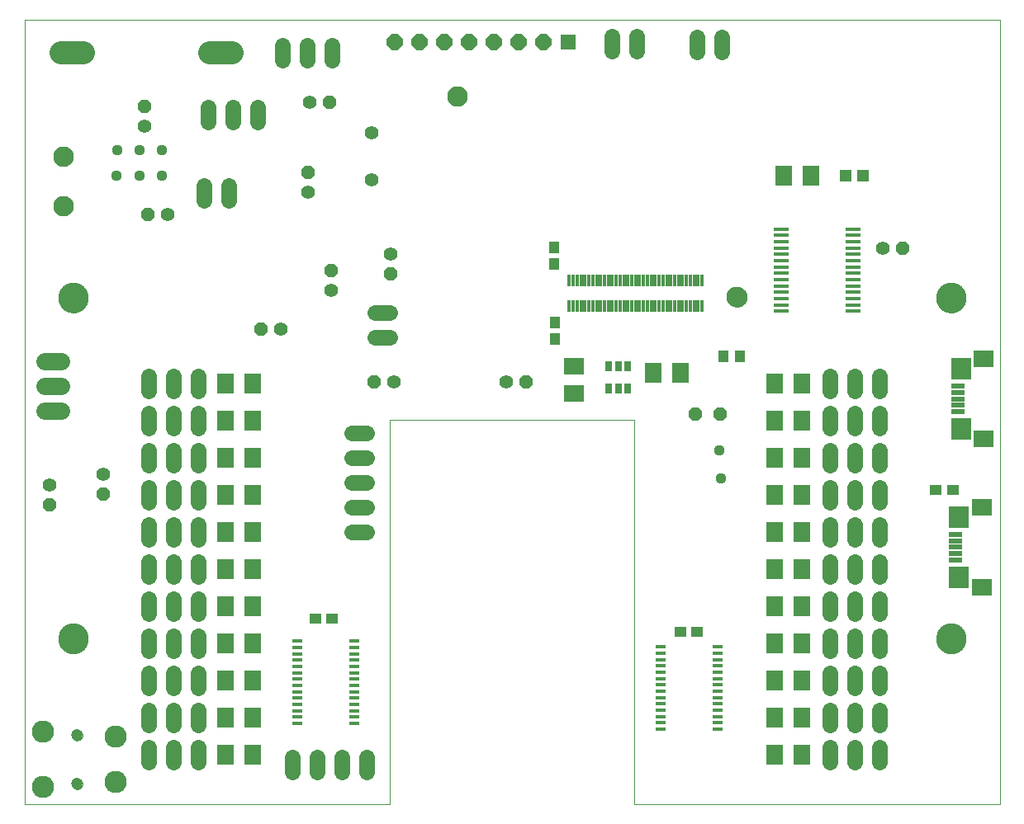
<source format=gts>
G75*
%MOIN*%
%OFA0B0*%
%FSLAX25Y25*%
%IPPOS*%
%LPD*%
%AMOC8*
5,1,8,0,0,1.08239X$1,22.5*
%
%ADD10C,0.00000*%
%ADD11R,0.04731X0.04337*%
%ADD12OC8,0.05600*%
%ADD13C,0.05600*%
%ADD14R,0.04337X0.04731*%
%ADD15C,0.09250*%
%ADD16C,0.06400*%
%ADD17R,0.06400X0.06400*%
%ADD18OC8,0.06400*%
%ADD19R,0.06699X0.08274*%
%ADD20C,0.06896*%
%ADD21R,0.04300X0.01600*%
%ADD22R,0.01187X0.04888*%
%ADD23C,0.08274*%
%ADD24R,0.05900X0.01770*%
%ADD25C,0.12211*%
%ADD26R,0.04534X0.04652*%
%ADD27R,0.02762X0.03943*%
%ADD28R,0.08274X0.06699*%
%ADD29R,0.08274X0.08668*%
%ADD30R,0.07880X0.06699*%
%ADD31R,0.05715X0.01975*%
%ADD32C,0.09000*%
%ADD33C,0.04731*%
%ADD34C,0.04369*%
D10*
X0049428Y0028933D02*
X0197066Y0028933D01*
X0197066Y0184445D01*
X0295491Y0184445D01*
X0295491Y0028933D01*
X0443129Y0028933D01*
X0443129Y0346059D01*
X0049428Y0346059D01*
X0049428Y0028933D01*
X0068484Y0037280D02*
X0068486Y0037373D01*
X0068492Y0037465D01*
X0068502Y0037557D01*
X0068516Y0037648D01*
X0068533Y0037739D01*
X0068555Y0037829D01*
X0068580Y0037918D01*
X0068609Y0038006D01*
X0068642Y0038092D01*
X0068679Y0038177D01*
X0068719Y0038261D01*
X0068763Y0038342D01*
X0068810Y0038422D01*
X0068860Y0038500D01*
X0068914Y0038575D01*
X0068971Y0038648D01*
X0069031Y0038718D01*
X0069094Y0038786D01*
X0069160Y0038851D01*
X0069228Y0038913D01*
X0069299Y0038973D01*
X0069373Y0039029D01*
X0069449Y0039082D01*
X0069527Y0039131D01*
X0069607Y0039178D01*
X0069689Y0039220D01*
X0069773Y0039260D01*
X0069858Y0039295D01*
X0069945Y0039327D01*
X0070033Y0039356D01*
X0070122Y0039380D01*
X0070212Y0039401D01*
X0070303Y0039417D01*
X0070395Y0039430D01*
X0070487Y0039439D01*
X0070580Y0039444D01*
X0070672Y0039445D01*
X0070765Y0039442D01*
X0070857Y0039435D01*
X0070949Y0039424D01*
X0071040Y0039409D01*
X0071131Y0039391D01*
X0071221Y0039368D01*
X0071309Y0039342D01*
X0071397Y0039312D01*
X0071483Y0039278D01*
X0071567Y0039241D01*
X0071650Y0039199D01*
X0071731Y0039155D01*
X0071811Y0039107D01*
X0071888Y0039056D01*
X0071962Y0039001D01*
X0072035Y0038943D01*
X0072105Y0038883D01*
X0072172Y0038819D01*
X0072236Y0038753D01*
X0072298Y0038683D01*
X0072356Y0038612D01*
X0072411Y0038538D01*
X0072463Y0038461D01*
X0072512Y0038382D01*
X0072558Y0038302D01*
X0072600Y0038219D01*
X0072638Y0038135D01*
X0072673Y0038049D01*
X0072704Y0037962D01*
X0072731Y0037874D01*
X0072754Y0037784D01*
X0072774Y0037694D01*
X0072790Y0037603D01*
X0072802Y0037511D01*
X0072810Y0037419D01*
X0072814Y0037326D01*
X0072814Y0037234D01*
X0072810Y0037141D01*
X0072802Y0037049D01*
X0072790Y0036957D01*
X0072774Y0036866D01*
X0072754Y0036776D01*
X0072731Y0036686D01*
X0072704Y0036598D01*
X0072673Y0036511D01*
X0072638Y0036425D01*
X0072600Y0036341D01*
X0072558Y0036258D01*
X0072512Y0036178D01*
X0072463Y0036099D01*
X0072411Y0036022D01*
X0072356Y0035948D01*
X0072298Y0035877D01*
X0072236Y0035807D01*
X0072172Y0035741D01*
X0072105Y0035677D01*
X0072035Y0035617D01*
X0071962Y0035559D01*
X0071888Y0035504D01*
X0071811Y0035453D01*
X0071732Y0035405D01*
X0071650Y0035361D01*
X0071567Y0035319D01*
X0071483Y0035282D01*
X0071397Y0035248D01*
X0071309Y0035218D01*
X0071221Y0035192D01*
X0071131Y0035169D01*
X0071040Y0035151D01*
X0070949Y0035136D01*
X0070857Y0035125D01*
X0070765Y0035118D01*
X0070672Y0035115D01*
X0070580Y0035116D01*
X0070487Y0035121D01*
X0070395Y0035130D01*
X0070303Y0035143D01*
X0070212Y0035159D01*
X0070122Y0035180D01*
X0070033Y0035204D01*
X0069945Y0035233D01*
X0069858Y0035265D01*
X0069773Y0035300D01*
X0069689Y0035340D01*
X0069607Y0035382D01*
X0069527Y0035429D01*
X0069449Y0035478D01*
X0069373Y0035531D01*
X0069299Y0035587D01*
X0069228Y0035647D01*
X0069160Y0035709D01*
X0069094Y0035774D01*
X0069031Y0035842D01*
X0068971Y0035912D01*
X0068914Y0035985D01*
X0068860Y0036060D01*
X0068810Y0036138D01*
X0068763Y0036218D01*
X0068719Y0036299D01*
X0068679Y0036383D01*
X0068642Y0036468D01*
X0068609Y0036554D01*
X0068580Y0036642D01*
X0068555Y0036731D01*
X0068533Y0036821D01*
X0068516Y0036912D01*
X0068502Y0037003D01*
X0068492Y0037095D01*
X0068486Y0037187D01*
X0068484Y0037280D01*
X0068484Y0056965D02*
X0068486Y0057058D01*
X0068492Y0057150D01*
X0068502Y0057242D01*
X0068516Y0057333D01*
X0068533Y0057424D01*
X0068555Y0057514D01*
X0068580Y0057603D01*
X0068609Y0057691D01*
X0068642Y0057777D01*
X0068679Y0057862D01*
X0068719Y0057946D01*
X0068763Y0058027D01*
X0068810Y0058107D01*
X0068860Y0058185D01*
X0068914Y0058260D01*
X0068971Y0058333D01*
X0069031Y0058403D01*
X0069094Y0058471D01*
X0069160Y0058536D01*
X0069228Y0058598D01*
X0069299Y0058658D01*
X0069373Y0058714D01*
X0069449Y0058767D01*
X0069527Y0058816D01*
X0069607Y0058863D01*
X0069689Y0058905D01*
X0069773Y0058945D01*
X0069858Y0058980D01*
X0069945Y0059012D01*
X0070033Y0059041D01*
X0070122Y0059065D01*
X0070212Y0059086D01*
X0070303Y0059102D01*
X0070395Y0059115D01*
X0070487Y0059124D01*
X0070580Y0059129D01*
X0070672Y0059130D01*
X0070765Y0059127D01*
X0070857Y0059120D01*
X0070949Y0059109D01*
X0071040Y0059094D01*
X0071131Y0059076D01*
X0071221Y0059053D01*
X0071309Y0059027D01*
X0071397Y0058997D01*
X0071483Y0058963D01*
X0071567Y0058926D01*
X0071650Y0058884D01*
X0071731Y0058840D01*
X0071811Y0058792D01*
X0071888Y0058741D01*
X0071962Y0058686D01*
X0072035Y0058628D01*
X0072105Y0058568D01*
X0072172Y0058504D01*
X0072236Y0058438D01*
X0072298Y0058368D01*
X0072356Y0058297D01*
X0072411Y0058223D01*
X0072463Y0058146D01*
X0072512Y0058067D01*
X0072558Y0057987D01*
X0072600Y0057904D01*
X0072638Y0057820D01*
X0072673Y0057734D01*
X0072704Y0057647D01*
X0072731Y0057559D01*
X0072754Y0057469D01*
X0072774Y0057379D01*
X0072790Y0057288D01*
X0072802Y0057196D01*
X0072810Y0057104D01*
X0072814Y0057011D01*
X0072814Y0056919D01*
X0072810Y0056826D01*
X0072802Y0056734D01*
X0072790Y0056642D01*
X0072774Y0056551D01*
X0072754Y0056461D01*
X0072731Y0056371D01*
X0072704Y0056283D01*
X0072673Y0056196D01*
X0072638Y0056110D01*
X0072600Y0056026D01*
X0072558Y0055943D01*
X0072512Y0055863D01*
X0072463Y0055784D01*
X0072411Y0055707D01*
X0072356Y0055633D01*
X0072298Y0055562D01*
X0072236Y0055492D01*
X0072172Y0055426D01*
X0072105Y0055362D01*
X0072035Y0055302D01*
X0071962Y0055244D01*
X0071888Y0055189D01*
X0071811Y0055138D01*
X0071732Y0055090D01*
X0071650Y0055046D01*
X0071567Y0055004D01*
X0071483Y0054967D01*
X0071397Y0054933D01*
X0071309Y0054903D01*
X0071221Y0054877D01*
X0071131Y0054854D01*
X0071040Y0054836D01*
X0070949Y0054821D01*
X0070857Y0054810D01*
X0070765Y0054803D01*
X0070672Y0054800D01*
X0070580Y0054801D01*
X0070487Y0054806D01*
X0070395Y0054815D01*
X0070303Y0054828D01*
X0070212Y0054844D01*
X0070122Y0054865D01*
X0070033Y0054889D01*
X0069945Y0054918D01*
X0069858Y0054950D01*
X0069773Y0054985D01*
X0069689Y0055025D01*
X0069607Y0055067D01*
X0069527Y0055114D01*
X0069449Y0055163D01*
X0069373Y0055216D01*
X0069299Y0055272D01*
X0069228Y0055332D01*
X0069160Y0055394D01*
X0069094Y0055459D01*
X0069031Y0055527D01*
X0068971Y0055597D01*
X0068914Y0055670D01*
X0068860Y0055745D01*
X0068810Y0055823D01*
X0068763Y0055903D01*
X0068719Y0055984D01*
X0068679Y0056068D01*
X0068642Y0056153D01*
X0068609Y0056239D01*
X0068580Y0056327D01*
X0068555Y0056416D01*
X0068533Y0056506D01*
X0068516Y0056597D01*
X0068502Y0056688D01*
X0068492Y0056780D01*
X0068486Y0056872D01*
X0068484Y0056965D01*
X0063208Y0095862D02*
X0063210Y0096015D01*
X0063216Y0096169D01*
X0063226Y0096322D01*
X0063240Y0096474D01*
X0063258Y0096627D01*
X0063280Y0096778D01*
X0063305Y0096929D01*
X0063335Y0097080D01*
X0063369Y0097230D01*
X0063406Y0097378D01*
X0063447Y0097526D01*
X0063492Y0097672D01*
X0063541Y0097818D01*
X0063594Y0097962D01*
X0063650Y0098104D01*
X0063710Y0098245D01*
X0063774Y0098385D01*
X0063841Y0098523D01*
X0063912Y0098659D01*
X0063987Y0098793D01*
X0064064Y0098925D01*
X0064146Y0099055D01*
X0064230Y0099183D01*
X0064318Y0099309D01*
X0064409Y0099432D01*
X0064503Y0099553D01*
X0064601Y0099671D01*
X0064701Y0099787D01*
X0064805Y0099900D01*
X0064911Y0100011D01*
X0065020Y0100119D01*
X0065132Y0100224D01*
X0065246Y0100325D01*
X0065364Y0100424D01*
X0065483Y0100520D01*
X0065605Y0100613D01*
X0065730Y0100702D01*
X0065857Y0100789D01*
X0065986Y0100871D01*
X0066117Y0100951D01*
X0066250Y0101027D01*
X0066385Y0101100D01*
X0066522Y0101169D01*
X0066661Y0101234D01*
X0066801Y0101296D01*
X0066943Y0101354D01*
X0067086Y0101409D01*
X0067231Y0101460D01*
X0067377Y0101507D01*
X0067524Y0101550D01*
X0067672Y0101589D01*
X0067821Y0101625D01*
X0067971Y0101656D01*
X0068122Y0101684D01*
X0068273Y0101708D01*
X0068426Y0101728D01*
X0068578Y0101744D01*
X0068731Y0101756D01*
X0068884Y0101764D01*
X0069037Y0101768D01*
X0069191Y0101768D01*
X0069344Y0101764D01*
X0069497Y0101756D01*
X0069650Y0101744D01*
X0069802Y0101728D01*
X0069955Y0101708D01*
X0070106Y0101684D01*
X0070257Y0101656D01*
X0070407Y0101625D01*
X0070556Y0101589D01*
X0070704Y0101550D01*
X0070851Y0101507D01*
X0070997Y0101460D01*
X0071142Y0101409D01*
X0071285Y0101354D01*
X0071427Y0101296D01*
X0071567Y0101234D01*
X0071706Y0101169D01*
X0071843Y0101100D01*
X0071978Y0101027D01*
X0072111Y0100951D01*
X0072242Y0100871D01*
X0072371Y0100789D01*
X0072498Y0100702D01*
X0072623Y0100613D01*
X0072745Y0100520D01*
X0072864Y0100424D01*
X0072982Y0100325D01*
X0073096Y0100224D01*
X0073208Y0100119D01*
X0073317Y0100011D01*
X0073423Y0099900D01*
X0073527Y0099787D01*
X0073627Y0099671D01*
X0073725Y0099553D01*
X0073819Y0099432D01*
X0073910Y0099309D01*
X0073998Y0099183D01*
X0074082Y0099055D01*
X0074164Y0098925D01*
X0074241Y0098793D01*
X0074316Y0098659D01*
X0074387Y0098523D01*
X0074454Y0098385D01*
X0074518Y0098245D01*
X0074578Y0098104D01*
X0074634Y0097962D01*
X0074687Y0097818D01*
X0074736Y0097672D01*
X0074781Y0097526D01*
X0074822Y0097378D01*
X0074859Y0097230D01*
X0074893Y0097080D01*
X0074923Y0096929D01*
X0074948Y0096778D01*
X0074970Y0096627D01*
X0074988Y0096474D01*
X0075002Y0096322D01*
X0075012Y0096169D01*
X0075018Y0096015D01*
X0075020Y0095862D01*
X0075018Y0095709D01*
X0075012Y0095555D01*
X0075002Y0095402D01*
X0074988Y0095250D01*
X0074970Y0095097D01*
X0074948Y0094946D01*
X0074923Y0094795D01*
X0074893Y0094644D01*
X0074859Y0094494D01*
X0074822Y0094346D01*
X0074781Y0094198D01*
X0074736Y0094052D01*
X0074687Y0093906D01*
X0074634Y0093762D01*
X0074578Y0093620D01*
X0074518Y0093479D01*
X0074454Y0093339D01*
X0074387Y0093201D01*
X0074316Y0093065D01*
X0074241Y0092931D01*
X0074164Y0092799D01*
X0074082Y0092669D01*
X0073998Y0092541D01*
X0073910Y0092415D01*
X0073819Y0092292D01*
X0073725Y0092171D01*
X0073627Y0092053D01*
X0073527Y0091937D01*
X0073423Y0091824D01*
X0073317Y0091713D01*
X0073208Y0091605D01*
X0073096Y0091500D01*
X0072982Y0091399D01*
X0072864Y0091300D01*
X0072745Y0091204D01*
X0072623Y0091111D01*
X0072498Y0091022D01*
X0072371Y0090935D01*
X0072242Y0090853D01*
X0072111Y0090773D01*
X0071978Y0090697D01*
X0071843Y0090624D01*
X0071706Y0090555D01*
X0071567Y0090490D01*
X0071427Y0090428D01*
X0071285Y0090370D01*
X0071142Y0090315D01*
X0070997Y0090264D01*
X0070851Y0090217D01*
X0070704Y0090174D01*
X0070556Y0090135D01*
X0070407Y0090099D01*
X0070257Y0090068D01*
X0070106Y0090040D01*
X0069955Y0090016D01*
X0069802Y0089996D01*
X0069650Y0089980D01*
X0069497Y0089968D01*
X0069344Y0089960D01*
X0069191Y0089956D01*
X0069037Y0089956D01*
X0068884Y0089960D01*
X0068731Y0089968D01*
X0068578Y0089980D01*
X0068426Y0089996D01*
X0068273Y0090016D01*
X0068122Y0090040D01*
X0067971Y0090068D01*
X0067821Y0090099D01*
X0067672Y0090135D01*
X0067524Y0090174D01*
X0067377Y0090217D01*
X0067231Y0090264D01*
X0067086Y0090315D01*
X0066943Y0090370D01*
X0066801Y0090428D01*
X0066661Y0090490D01*
X0066522Y0090555D01*
X0066385Y0090624D01*
X0066250Y0090697D01*
X0066117Y0090773D01*
X0065986Y0090853D01*
X0065857Y0090935D01*
X0065730Y0091022D01*
X0065605Y0091111D01*
X0065483Y0091204D01*
X0065364Y0091300D01*
X0065246Y0091399D01*
X0065132Y0091500D01*
X0065020Y0091605D01*
X0064911Y0091713D01*
X0064805Y0091824D01*
X0064701Y0091937D01*
X0064601Y0092053D01*
X0064503Y0092171D01*
X0064409Y0092292D01*
X0064318Y0092415D01*
X0064230Y0092541D01*
X0064146Y0092669D01*
X0064064Y0092799D01*
X0063987Y0092931D01*
X0063912Y0093065D01*
X0063841Y0093201D01*
X0063774Y0093339D01*
X0063710Y0093479D01*
X0063650Y0093620D01*
X0063594Y0093762D01*
X0063541Y0093906D01*
X0063492Y0094052D01*
X0063447Y0094198D01*
X0063406Y0094346D01*
X0063369Y0094494D01*
X0063335Y0094644D01*
X0063305Y0094795D01*
X0063280Y0094946D01*
X0063258Y0095097D01*
X0063240Y0095250D01*
X0063226Y0095402D01*
X0063216Y0095555D01*
X0063210Y0095709D01*
X0063208Y0095862D01*
X0063208Y0233657D02*
X0063210Y0233810D01*
X0063216Y0233964D01*
X0063226Y0234117D01*
X0063240Y0234269D01*
X0063258Y0234422D01*
X0063280Y0234573D01*
X0063305Y0234724D01*
X0063335Y0234875D01*
X0063369Y0235025D01*
X0063406Y0235173D01*
X0063447Y0235321D01*
X0063492Y0235467D01*
X0063541Y0235613D01*
X0063594Y0235757D01*
X0063650Y0235899D01*
X0063710Y0236040D01*
X0063774Y0236180D01*
X0063841Y0236318D01*
X0063912Y0236454D01*
X0063987Y0236588D01*
X0064064Y0236720D01*
X0064146Y0236850D01*
X0064230Y0236978D01*
X0064318Y0237104D01*
X0064409Y0237227D01*
X0064503Y0237348D01*
X0064601Y0237466D01*
X0064701Y0237582D01*
X0064805Y0237695D01*
X0064911Y0237806D01*
X0065020Y0237914D01*
X0065132Y0238019D01*
X0065246Y0238120D01*
X0065364Y0238219D01*
X0065483Y0238315D01*
X0065605Y0238408D01*
X0065730Y0238497D01*
X0065857Y0238584D01*
X0065986Y0238666D01*
X0066117Y0238746D01*
X0066250Y0238822D01*
X0066385Y0238895D01*
X0066522Y0238964D01*
X0066661Y0239029D01*
X0066801Y0239091D01*
X0066943Y0239149D01*
X0067086Y0239204D01*
X0067231Y0239255D01*
X0067377Y0239302D01*
X0067524Y0239345D01*
X0067672Y0239384D01*
X0067821Y0239420D01*
X0067971Y0239451D01*
X0068122Y0239479D01*
X0068273Y0239503D01*
X0068426Y0239523D01*
X0068578Y0239539D01*
X0068731Y0239551D01*
X0068884Y0239559D01*
X0069037Y0239563D01*
X0069191Y0239563D01*
X0069344Y0239559D01*
X0069497Y0239551D01*
X0069650Y0239539D01*
X0069802Y0239523D01*
X0069955Y0239503D01*
X0070106Y0239479D01*
X0070257Y0239451D01*
X0070407Y0239420D01*
X0070556Y0239384D01*
X0070704Y0239345D01*
X0070851Y0239302D01*
X0070997Y0239255D01*
X0071142Y0239204D01*
X0071285Y0239149D01*
X0071427Y0239091D01*
X0071567Y0239029D01*
X0071706Y0238964D01*
X0071843Y0238895D01*
X0071978Y0238822D01*
X0072111Y0238746D01*
X0072242Y0238666D01*
X0072371Y0238584D01*
X0072498Y0238497D01*
X0072623Y0238408D01*
X0072745Y0238315D01*
X0072864Y0238219D01*
X0072982Y0238120D01*
X0073096Y0238019D01*
X0073208Y0237914D01*
X0073317Y0237806D01*
X0073423Y0237695D01*
X0073527Y0237582D01*
X0073627Y0237466D01*
X0073725Y0237348D01*
X0073819Y0237227D01*
X0073910Y0237104D01*
X0073998Y0236978D01*
X0074082Y0236850D01*
X0074164Y0236720D01*
X0074241Y0236588D01*
X0074316Y0236454D01*
X0074387Y0236318D01*
X0074454Y0236180D01*
X0074518Y0236040D01*
X0074578Y0235899D01*
X0074634Y0235757D01*
X0074687Y0235613D01*
X0074736Y0235467D01*
X0074781Y0235321D01*
X0074822Y0235173D01*
X0074859Y0235025D01*
X0074893Y0234875D01*
X0074923Y0234724D01*
X0074948Y0234573D01*
X0074970Y0234422D01*
X0074988Y0234269D01*
X0075002Y0234117D01*
X0075012Y0233964D01*
X0075018Y0233810D01*
X0075020Y0233657D01*
X0075018Y0233504D01*
X0075012Y0233350D01*
X0075002Y0233197D01*
X0074988Y0233045D01*
X0074970Y0232892D01*
X0074948Y0232741D01*
X0074923Y0232590D01*
X0074893Y0232439D01*
X0074859Y0232289D01*
X0074822Y0232141D01*
X0074781Y0231993D01*
X0074736Y0231847D01*
X0074687Y0231701D01*
X0074634Y0231557D01*
X0074578Y0231415D01*
X0074518Y0231274D01*
X0074454Y0231134D01*
X0074387Y0230996D01*
X0074316Y0230860D01*
X0074241Y0230726D01*
X0074164Y0230594D01*
X0074082Y0230464D01*
X0073998Y0230336D01*
X0073910Y0230210D01*
X0073819Y0230087D01*
X0073725Y0229966D01*
X0073627Y0229848D01*
X0073527Y0229732D01*
X0073423Y0229619D01*
X0073317Y0229508D01*
X0073208Y0229400D01*
X0073096Y0229295D01*
X0072982Y0229194D01*
X0072864Y0229095D01*
X0072745Y0228999D01*
X0072623Y0228906D01*
X0072498Y0228817D01*
X0072371Y0228730D01*
X0072242Y0228648D01*
X0072111Y0228568D01*
X0071978Y0228492D01*
X0071843Y0228419D01*
X0071706Y0228350D01*
X0071567Y0228285D01*
X0071427Y0228223D01*
X0071285Y0228165D01*
X0071142Y0228110D01*
X0070997Y0228059D01*
X0070851Y0228012D01*
X0070704Y0227969D01*
X0070556Y0227930D01*
X0070407Y0227894D01*
X0070257Y0227863D01*
X0070106Y0227835D01*
X0069955Y0227811D01*
X0069802Y0227791D01*
X0069650Y0227775D01*
X0069497Y0227763D01*
X0069344Y0227755D01*
X0069191Y0227751D01*
X0069037Y0227751D01*
X0068884Y0227755D01*
X0068731Y0227763D01*
X0068578Y0227775D01*
X0068426Y0227791D01*
X0068273Y0227811D01*
X0068122Y0227835D01*
X0067971Y0227863D01*
X0067821Y0227894D01*
X0067672Y0227930D01*
X0067524Y0227969D01*
X0067377Y0228012D01*
X0067231Y0228059D01*
X0067086Y0228110D01*
X0066943Y0228165D01*
X0066801Y0228223D01*
X0066661Y0228285D01*
X0066522Y0228350D01*
X0066385Y0228419D01*
X0066250Y0228492D01*
X0066117Y0228568D01*
X0065986Y0228648D01*
X0065857Y0228730D01*
X0065730Y0228817D01*
X0065605Y0228906D01*
X0065483Y0228999D01*
X0065364Y0229095D01*
X0065246Y0229194D01*
X0065132Y0229295D01*
X0065020Y0229400D01*
X0064911Y0229508D01*
X0064805Y0229619D01*
X0064701Y0229732D01*
X0064601Y0229848D01*
X0064503Y0229966D01*
X0064409Y0230087D01*
X0064318Y0230210D01*
X0064230Y0230336D01*
X0064146Y0230464D01*
X0064064Y0230594D01*
X0063987Y0230726D01*
X0063912Y0230860D01*
X0063841Y0230996D01*
X0063774Y0231134D01*
X0063710Y0231274D01*
X0063650Y0231415D01*
X0063594Y0231557D01*
X0063541Y0231701D01*
X0063492Y0231847D01*
X0063447Y0231993D01*
X0063406Y0232141D01*
X0063369Y0232289D01*
X0063335Y0232439D01*
X0063305Y0232590D01*
X0063280Y0232741D01*
X0063258Y0232892D01*
X0063240Y0233045D01*
X0063226Y0233197D01*
X0063216Y0233350D01*
X0063210Y0233504D01*
X0063208Y0233657D01*
X0220188Y0315107D02*
X0220190Y0315232D01*
X0220196Y0315357D01*
X0220206Y0315481D01*
X0220220Y0315605D01*
X0220237Y0315729D01*
X0220259Y0315852D01*
X0220285Y0315974D01*
X0220314Y0316096D01*
X0220347Y0316216D01*
X0220385Y0316335D01*
X0220425Y0316454D01*
X0220470Y0316570D01*
X0220518Y0316685D01*
X0220570Y0316799D01*
X0220626Y0316911D01*
X0220685Y0317021D01*
X0220747Y0317129D01*
X0220813Y0317236D01*
X0220882Y0317340D01*
X0220955Y0317441D01*
X0221030Y0317541D01*
X0221109Y0317638D01*
X0221191Y0317732D01*
X0221276Y0317824D01*
X0221363Y0317913D01*
X0221454Y0317999D01*
X0221547Y0318082D01*
X0221643Y0318163D01*
X0221741Y0318240D01*
X0221841Y0318314D01*
X0221944Y0318385D01*
X0222049Y0318452D01*
X0222157Y0318517D01*
X0222266Y0318577D01*
X0222377Y0318635D01*
X0222490Y0318688D01*
X0222604Y0318738D01*
X0222720Y0318785D01*
X0222837Y0318827D01*
X0222956Y0318866D01*
X0223076Y0318902D01*
X0223197Y0318933D01*
X0223319Y0318961D01*
X0223441Y0318984D01*
X0223565Y0319004D01*
X0223689Y0319020D01*
X0223813Y0319032D01*
X0223938Y0319040D01*
X0224063Y0319044D01*
X0224187Y0319044D01*
X0224312Y0319040D01*
X0224437Y0319032D01*
X0224561Y0319020D01*
X0224685Y0319004D01*
X0224809Y0318984D01*
X0224931Y0318961D01*
X0225053Y0318933D01*
X0225174Y0318902D01*
X0225294Y0318866D01*
X0225413Y0318827D01*
X0225530Y0318785D01*
X0225646Y0318738D01*
X0225760Y0318688D01*
X0225873Y0318635D01*
X0225984Y0318577D01*
X0226094Y0318517D01*
X0226201Y0318452D01*
X0226306Y0318385D01*
X0226409Y0318314D01*
X0226509Y0318240D01*
X0226607Y0318163D01*
X0226703Y0318082D01*
X0226796Y0317999D01*
X0226887Y0317913D01*
X0226974Y0317824D01*
X0227059Y0317732D01*
X0227141Y0317638D01*
X0227220Y0317541D01*
X0227295Y0317441D01*
X0227368Y0317340D01*
X0227437Y0317236D01*
X0227503Y0317129D01*
X0227565Y0317021D01*
X0227624Y0316911D01*
X0227680Y0316799D01*
X0227732Y0316685D01*
X0227780Y0316570D01*
X0227825Y0316454D01*
X0227865Y0316335D01*
X0227903Y0316216D01*
X0227936Y0316096D01*
X0227965Y0315974D01*
X0227991Y0315852D01*
X0228013Y0315729D01*
X0228030Y0315605D01*
X0228044Y0315481D01*
X0228054Y0315357D01*
X0228060Y0315232D01*
X0228062Y0315107D01*
X0228060Y0314982D01*
X0228054Y0314857D01*
X0228044Y0314733D01*
X0228030Y0314609D01*
X0228013Y0314485D01*
X0227991Y0314362D01*
X0227965Y0314240D01*
X0227936Y0314118D01*
X0227903Y0313998D01*
X0227865Y0313879D01*
X0227825Y0313760D01*
X0227780Y0313644D01*
X0227732Y0313529D01*
X0227680Y0313415D01*
X0227624Y0313303D01*
X0227565Y0313193D01*
X0227503Y0313085D01*
X0227437Y0312978D01*
X0227368Y0312874D01*
X0227295Y0312773D01*
X0227220Y0312673D01*
X0227141Y0312576D01*
X0227059Y0312482D01*
X0226974Y0312390D01*
X0226887Y0312301D01*
X0226796Y0312215D01*
X0226703Y0312132D01*
X0226607Y0312051D01*
X0226509Y0311974D01*
X0226409Y0311900D01*
X0226306Y0311829D01*
X0226201Y0311762D01*
X0226093Y0311697D01*
X0225984Y0311637D01*
X0225873Y0311579D01*
X0225760Y0311526D01*
X0225646Y0311476D01*
X0225530Y0311429D01*
X0225413Y0311387D01*
X0225294Y0311348D01*
X0225174Y0311312D01*
X0225053Y0311281D01*
X0224931Y0311253D01*
X0224809Y0311230D01*
X0224685Y0311210D01*
X0224561Y0311194D01*
X0224437Y0311182D01*
X0224312Y0311174D01*
X0224187Y0311170D01*
X0224063Y0311170D01*
X0223938Y0311174D01*
X0223813Y0311182D01*
X0223689Y0311194D01*
X0223565Y0311210D01*
X0223441Y0311230D01*
X0223319Y0311253D01*
X0223197Y0311281D01*
X0223076Y0311312D01*
X0222956Y0311348D01*
X0222837Y0311387D01*
X0222720Y0311429D01*
X0222604Y0311476D01*
X0222490Y0311526D01*
X0222377Y0311579D01*
X0222266Y0311637D01*
X0222156Y0311697D01*
X0222049Y0311762D01*
X0221944Y0311829D01*
X0221841Y0311900D01*
X0221741Y0311974D01*
X0221643Y0312051D01*
X0221547Y0312132D01*
X0221454Y0312215D01*
X0221363Y0312301D01*
X0221276Y0312390D01*
X0221191Y0312482D01*
X0221109Y0312576D01*
X0221030Y0312673D01*
X0220955Y0312773D01*
X0220882Y0312874D01*
X0220813Y0312978D01*
X0220747Y0313085D01*
X0220685Y0313193D01*
X0220626Y0313303D01*
X0220570Y0313415D01*
X0220518Y0313529D01*
X0220470Y0313644D01*
X0220425Y0313760D01*
X0220385Y0313879D01*
X0220347Y0313998D01*
X0220314Y0314118D01*
X0220285Y0314240D01*
X0220259Y0314362D01*
X0220237Y0314485D01*
X0220220Y0314609D01*
X0220206Y0314733D01*
X0220196Y0314857D01*
X0220190Y0314982D01*
X0220188Y0315107D01*
X0333140Y0234005D02*
X0333142Y0234130D01*
X0333148Y0234255D01*
X0333158Y0234379D01*
X0333172Y0234503D01*
X0333189Y0234627D01*
X0333211Y0234750D01*
X0333237Y0234872D01*
X0333266Y0234994D01*
X0333299Y0235114D01*
X0333337Y0235233D01*
X0333377Y0235352D01*
X0333422Y0235468D01*
X0333470Y0235583D01*
X0333522Y0235697D01*
X0333578Y0235809D01*
X0333637Y0235919D01*
X0333699Y0236027D01*
X0333765Y0236134D01*
X0333834Y0236238D01*
X0333907Y0236339D01*
X0333982Y0236439D01*
X0334061Y0236536D01*
X0334143Y0236630D01*
X0334228Y0236722D01*
X0334315Y0236811D01*
X0334406Y0236897D01*
X0334499Y0236980D01*
X0334595Y0237061D01*
X0334693Y0237138D01*
X0334793Y0237212D01*
X0334896Y0237283D01*
X0335001Y0237350D01*
X0335109Y0237415D01*
X0335218Y0237475D01*
X0335329Y0237533D01*
X0335442Y0237586D01*
X0335556Y0237636D01*
X0335672Y0237683D01*
X0335789Y0237725D01*
X0335908Y0237764D01*
X0336028Y0237800D01*
X0336149Y0237831D01*
X0336271Y0237859D01*
X0336393Y0237882D01*
X0336517Y0237902D01*
X0336641Y0237918D01*
X0336765Y0237930D01*
X0336890Y0237938D01*
X0337015Y0237942D01*
X0337139Y0237942D01*
X0337264Y0237938D01*
X0337389Y0237930D01*
X0337513Y0237918D01*
X0337637Y0237902D01*
X0337761Y0237882D01*
X0337883Y0237859D01*
X0338005Y0237831D01*
X0338126Y0237800D01*
X0338246Y0237764D01*
X0338365Y0237725D01*
X0338482Y0237683D01*
X0338598Y0237636D01*
X0338712Y0237586D01*
X0338825Y0237533D01*
X0338936Y0237475D01*
X0339046Y0237415D01*
X0339153Y0237350D01*
X0339258Y0237283D01*
X0339361Y0237212D01*
X0339461Y0237138D01*
X0339559Y0237061D01*
X0339655Y0236980D01*
X0339748Y0236897D01*
X0339839Y0236811D01*
X0339926Y0236722D01*
X0340011Y0236630D01*
X0340093Y0236536D01*
X0340172Y0236439D01*
X0340247Y0236339D01*
X0340320Y0236238D01*
X0340389Y0236134D01*
X0340455Y0236027D01*
X0340517Y0235919D01*
X0340576Y0235809D01*
X0340632Y0235697D01*
X0340684Y0235583D01*
X0340732Y0235468D01*
X0340777Y0235352D01*
X0340817Y0235233D01*
X0340855Y0235114D01*
X0340888Y0234994D01*
X0340917Y0234872D01*
X0340943Y0234750D01*
X0340965Y0234627D01*
X0340982Y0234503D01*
X0340996Y0234379D01*
X0341006Y0234255D01*
X0341012Y0234130D01*
X0341014Y0234005D01*
X0341012Y0233880D01*
X0341006Y0233755D01*
X0340996Y0233631D01*
X0340982Y0233507D01*
X0340965Y0233383D01*
X0340943Y0233260D01*
X0340917Y0233138D01*
X0340888Y0233016D01*
X0340855Y0232896D01*
X0340817Y0232777D01*
X0340777Y0232658D01*
X0340732Y0232542D01*
X0340684Y0232427D01*
X0340632Y0232313D01*
X0340576Y0232201D01*
X0340517Y0232091D01*
X0340455Y0231983D01*
X0340389Y0231876D01*
X0340320Y0231772D01*
X0340247Y0231671D01*
X0340172Y0231571D01*
X0340093Y0231474D01*
X0340011Y0231380D01*
X0339926Y0231288D01*
X0339839Y0231199D01*
X0339748Y0231113D01*
X0339655Y0231030D01*
X0339559Y0230949D01*
X0339461Y0230872D01*
X0339361Y0230798D01*
X0339258Y0230727D01*
X0339153Y0230660D01*
X0339045Y0230595D01*
X0338936Y0230535D01*
X0338825Y0230477D01*
X0338712Y0230424D01*
X0338598Y0230374D01*
X0338482Y0230327D01*
X0338365Y0230285D01*
X0338246Y0230246D01*
X0338126Y0230210D01*
X0338005Y0230179D01*
X0337883Y0230151D01*
X0337761Y0230128D01*
X0337637Y0230108D01*
X0337513Y0230092D01*
X0337389Y0230080D01*
X0337264Y0230072D01*
X0337139Y0230068D01*
X0337015Y0230068D01*
X0336890Y0230072D01*
X0336765Y0230080D01*
X0336641Y0230092D01*
X0336517Y0230108D01*
X0336393Y0230128D01*
X0336271Y0230151D01*
X0336149Y0230179D01*
X0336028Y0230210D01*
X0335908Y0230246D01*
X0335789Y0230285D01*
X0335672Y0230327D01*
X0335556Y0230374D01*
X0335442Y0230424D01*
X0335329Y0230477D01*
X0335218Y0230535D01*
X0335108Y0230595D01*
X0335001Y0230660D01*
X0334896Y0230727D01*
X0334793Y0230798D01*
X0334693Y0230872D01*
X0334595Y0230949D01*
X0334499Y0231030D01*
X0334406Y0231113D01*
X0334315Y0231199D01*
X0334228Y0231288D01*
X0334143Y0231380D01*
X0334061Y0231474D01*
X0333982Y0231571D01*
X0333907Y0231671D01*
X0333834Y0231772D01*
X0333765Y0231876D01*
X0333699Y0231983D01*
X0333637Y0232091D01*
X0333578Y0232201D01*
X0333522Y0232313D01*
X0333470Y0232427D01*
X0333422Y0232542D01*
X0333377Y0232658D01*
X0333337Y0232777D01*
X0333299Y0232896D01*
X0333266Y0233016D01*
X0333237Y0233138D01*
X0333211Y0233260D01*
X0333189Y0233383D01*
X0333172Y0233507D01*
X0333158Y0233631D01*
X0333148Y0233755D01*
X0333142Y0233880D01*
X0333140Y0234005D01*
X0417538Y0233657D02*
X0417540Y0233810D01*
X0417546Y0233964D01*
X0417556Y0234117D01*
X0417570Y0234269D01*
X0417588Y0234422D01*
X0417610Y0234573D01*
X0417635Y0234724D01*
X0417665Y0234875D01*
X0417699Y0235025D01*
X0417736Y0235173D01*
X0417777Y0235321D01*
X0417822Y0235467D01*
X0417871Y0235613D01*
X0417924Y0235757D01*
X0417980Y0235899D01*
X0418040Y0236040D01*
X0418104Y0236180D01*
X0418171Y0236318D01*
X0418242Y0236454D01*
X0418317Y0236588D01*
X0418394Y0236720D01*
X0418476Y0236850D01*
X0418560Y0236978D01*
X0418648Y0237104D01*
X0418739Y0237227D01*
X0418833Y0237348D01*
X0418931Y0237466D01*
X0419031Y0237582D01*
X0419135Y0237695D01*
X0419241Y0237806D01*
X0419350Y0237914D01*
X0419462Y0238019D01*
X0419576Y0238120D01*
X0419694Y0238219D01*
X0419813Y0238315D01*
X0419935Y0238408D01*
X0420060Y0238497D01*
X0420187Y0238584D01*
X0420316Y0238666D01*
X0420447Y0238746D01*
X0420580Y0238822D01*
X0420715Y0238895D01*
X0420852Y0238964D01*
X0420991Y0239029D01*
X0421131Y0239091D01*
X0421273Y0239149D01*
X0421416Y0239204D01*
X0421561Y0239255D01*
X0421707Y0239302D01*
X0421854Y0239345D01*
X0422002Y0239384D01*
X0422151Y0239420D01*
X0422301Y0239451D01*
X0422452Y0239479D01*
X0422603Y0239503D01*
X0422756Y0239523D01*
X0422908Y0239539D01*
X0423061Y0239551D01*
X0423214Y0239559D01*
X0423367Y0239563D01*
X0423521Y0239563D01*
X0423674Y0239559D01*
X0423827Y0239551D01*
X0423980Y0239539D01*
X0424132Y0239523D01*
X0424285Y0239503D01*
X0424436Y0239479D01*
X0424587Y0239451D01*
X0424737Y0239420D01*
X0424886Y0239384D01*
X0425034Y0239345D01*
X0425181Y0239302D01*
X0425327Y0239255D01*
X0425472Y0239204D01*
X0425615Y0239149D01*
X0425757Y0239091D01*
X0425897Y0239029D01*
X0426036Y0238964D01*
X0426173Y0238895D01*
X0426308Y0238822D01*
X0426441Y0238746D01*
X0426572Y0238666D01*
X0426701Y0238584D01*
X0426828Y0238497D01*
X0426953Y0238408D01*
X0427075Y0238315D01*
X0427194Y0238219D01*
X0427312Y0238120D01*
X0427426Y0238019D01*
X0427538Y0237914D01*
X0427647Y0237806D01*
X0427753Y0237695D01*
X0427857Y0237582D01*
X0427957Y0237466D01*
X0428055Y0237348D01*
X0428149Y0237227D01*
X0428240Y0237104D01*
X0428328Y0236978D01*
X0428412Y0236850D01*
X0428494Y0236720D01*
X0428571Y0236588D01*
X0428646Y0236454D01*
X0428717Y0236318D01*
X0428784Y0236180D01*
X0428848Y0236040D01*
X0428908Y0235899D01*
X0428964Y0235757D01*
X0429017Y0235613D01*
X0429066Y0235467D01*
X0429111Y0235321D01*
X0429152Y0235173D01*
X0429189Y0235025D01*
X0429223Y0234875D01*
X0429253Y0234724D01*
X0429278Y0234573D01*
X0429300Y0234422D01*
X0429318Y0234269D01*
X0429332Y0234117D01*
X0429342Y0233964D01*
X0429348Y0233810D01*
X0429350Y0233657D01*
X0429348Y0233504D01*
X0429342Y0233350D01*
X0429332Y0233197D01*
X0429318Y0233045D01*
X0429300Y0232892D01*
X0429278Y0232741D01*
X0429253Y0232590D01*
X0429223Y0232439D01*
X0429189Y0232289D01*
X0429152Y0232141D01*
X0429111Y0231993D01*
X0429066Y0231847D01*
X0429017Y0231701D01*
X0428964Y0231557D01*
X0428908Y0231415D01*
X0428848Y0231274D01*
X0428784Y0231134D01*
X0428717Y0230996D01*
X0428646Y0230860D01*
X0428571Y0230726D01*
X0428494Y0230594D01*
X0428412Y0230464D01*
X0428328Y0230336D01*
X0428240Y0230210D01*
X0428149Y0230087D01*
X0428055Y0229966D01*
X0427957Y0229848D01*
X0427857Y0229732D01*
X0427753Y0229619D01*
X0427647Y0229508D01*
X0427538Y0229400D01*
X0427426Y0229295D01*
X0427312Y0229194D01*
X0427194Y0229095D01*
X0427075Y0228999D01*
X0426953Y0228906D01*
X0426828Y0228817D01*
X0426701Y0228730D01*
X0426572Y0228648D01*
X0426441Y0228568D01*
X0426308Y0228492D01*
X0426173Y0228419D01*
X0426036Y0228350D01*
X0425897Y0228285D01*
X0425757Y0228223D01*
X0425615Y0228165D01*
X0425472Y0228110D01*
X0425327Y0228059D01*
X0425181Y0228012D01*
X0425034Y0227969D01*
X0424886Y0227930D01*
X0424737Y0227894D01*
X0424587Y0227863D01*
X0424436Y0227835D01*
X0424285Y0227811D01*
X0424132Y0227791D01*
X0423980Y0227775D01*
X0423827Y0227763D01*
X0423674Y0227755D01*
X0423521Y0227751D01*
X0423367Y0227751D01*
X0423214Y0227755D01*
X0423061Y0227763D01*
X0422908Y0227775D01*
X0422756Y0227791D01*
X0422603Y0227811D01*
X0422452Y0227835D01*
X0422301Y0227863D01*
X0422151Y0227894D01*
X0422002Y0227930D01*
X0421854Y0227969D01*
X0421707Y0228012D01*
X0421561Y0228059D01*
X0421416Y0228110D01*
X0421273Y0228165D01*
X0421131Y0228223D01*
X0420991Y0228285D01*
X0420852Y0228350D01*
X0420715Y0228419D01*
X0420580Y0228492D01*
X0420447Y0228568D01*
X0420316Y0228648D01*
X0420187Y0228730D01*
X0420060Y0228817D01*
X0419935Y0228906D01*
X0419813Y0228999D01*
X0419694Y0229095D01*
X0419576Y0229194D01*
X0419462Y0229295D01*
X0419350Y0229400D01*
X0419241Y0229508D01*
X0419135Y0229619D01*
X0419031Y0229732D01*
X0418931Y0229848D01*
X0418833Y0229966D01*
X0418739Y0230087D01*
X0418648Y0230210D01*
X0418560Y0230336D01*
X0418476Y0230464D01*
X0418394Y0230594D01*
X0418317Y0230726D01*
X0418242Y0230860D01*
X0418171Y0230996D01*
X0418104Y0231134D01*
X0418040Y0231274D01*
X0417980Y0231415D01*
X0417924Y0231557D01*
X0417871Y0231701D01*
X0417822Y0231847D01*
X0417777Y0231993D01*
X0417736Y0232141D01*
X0417699Y0232289D01*
X0417665Y0232439D01*
X0417635Y0232590D01*
X0417610Y0232741D01*
X0417588Y0232892D01*
X0417570Y0233045D01*
X0417556Y0233197D01*
X0417546Y0233350D01*
X0417540Y0233504D01*
X0417538Y0233657D01*
X0417538Y0095862D02*
X0417540Y0096015D01*
X0417546Y0096169D01*
X0417556Y0096322D01*
X0417570Y0096474D01*
X0417588Y0096627D01*
X0417610Y0096778D01*
X0417635Y0096929D01*
X0417665Y0097080D01*
X0417699Y0097230D01*
X0417736Y0097378D01*
X0417777Y0097526D01*
X0417822Y0097672D01*
X0417871Y0097818D01*
X0417924Y0097962D01*
X0417980Y0098104D01*
X0418040Y0098245D01*
X0418104Y0098385D01*
X0418171Y0098523D01*
X0418242Y0098659D01*
X0418317Y0098793D01*
X0418394Y0098925D01*
X0418476Y0099055D01*
X0418560Y0099183D01*
X0418648Y0099309D01*
X0418739Y0099432D01*
X0418833Y0099553D01*
X0418931Y0099671D01*
X0419031Y0099787D01*
X0419135Y0099900D01*
X0419241Y0100011D01*
X0419350Y0100119D01*
X0419462Y0100224D01*
X0419576Y0100325D01*
X0419694Y0100424D01*
X0419813Y0100520D01*
X0419935Y0100613D01*
X0420060Y0100702D01*
X0420187Y0100789D01*
X0420316Y0100871D01*
X0420447Y0100951D01*
X0420580Y0101027D01*
X0420715Y0101100D01*
X0420852Y0101169D01*
X0420991Y0101234D01*
X0421131Y0101296D01*
X0421273Y0101354D01*
X0421416Y0101409D01*
X0421561Y0101460D01*
X0421707Y0101507D01*
X0421854Y0101550D01*
X0422002Y0101589D01*
X0422151Y0101625D01*
X0422301Y0101656D01*
X0422452Y0101684D01*
X0422603Y0101708D01*
X0422756Y0101728D01*
X0422908Y0101744D01*
X0423061Y0101756D01*
X0423214Y0101764D01*
X0423367Y0101768D01*
X0423521Y0101768D01*
X0423674Y0101764D01*
X0423827Y0101756D01*
X0423980Y0101744D01*
X0424132Y0101728D01*
X0424285Y0101708D01*
X0424436Y0101684D01*
X0424587Y0101656D01*
X0424737Y0101625D01*
X0424886Y0101589D01*
X0425034Y0101550D01*
X0425181Y0101507D01*
X0425327Y0101460D01*
X0425472Y0101409D01*
X0425615Y0101354D01*
X0425757Y0101296D01*
X0425897Y0101234D01*
X0426036Y0101169D01*
X0426173Y0101100D01*
X0426308Y0101027D01*
X0426441Y0100951D01*
X0426572Y0100871D01*
X0426701Y0100789D01*
X0426828Y0100702D01*
X0426953Y0100613D01*
X0427075Y0100520D01*
X0427194Y0100424D01*
X0427312Y0100325D01*
X0427426Y0100224D01*
X0427538Y0100119D01*
X0427647Y0100011D01*
X0427753Y0099900D01*
X0427857Y0099787D01*
X0427957Y0099671D01*
X0428055Y0099553D01*
X0428149Y0099432D01*
X0428240Y0099309D01*
X0428328Y0099183D01*
X0428412Y0099055D01*
X0428494Y0098925D01*
X0428571Y0098793D01*
X0428646Y0098659D01*
X0428717Y0098523D01*
X0428784Y0098385D01*
X0428848Y0098245D01*
X0428908Y0098104D01*
X0428964Y0097962D01*
X0429017Y0097818D01*
X0429066Y0097672D01*
X0429111Y0097526D01*
X0429152Y0097378D01*
X0429189Y0097230D01*
X0429223Y0097080D01*
X0429253Y0096929D01*
X0429278Y0096778D01*
X0429300Y0096627D01*
X0429318Y0096474D01*
X0429332Y0096322D01*
X0429342Y0096169D01*
X0429348Y0096015D01*
X0429350Y0095862D01*
X0429348Y0095709D01*
X0429342Y0095555D01*
X0429332Y0095402D01*
X0429318Y0095250D01*
X0429300Y0095097D01*
X0429278Y0094946D01*
X0429253Y0094795D01*
X0429223Y0094644D01*
X0429189Y0094494D01*
X0429152Y0094346D01*
X0429111Y0094198D01*
X0429066Y0094052D01*
X0429017Y0093906D01*
X0428964Y0093762D01*
X0428908Y0093620D01*
X0428848Y0093479D01*
X0428784Y0093339D01*
X0428717Y0093201D01*
X0428646Y0093065D01*
X0428571Y0092931D01*
X0428494Y0092799D01*
X0428412Y0092669D01*
X0428328Y0092541D01*
X0428240Y0092415D01*
X0428149Y0092292D01*
X0428055Y0092171D01*
X0427957Y0092053D01*
X0427857Y0091937D01*
X0427753Y0091824D01*
X0427647Y0091713D01*
X0427538Y0091605D01*
X0427426Y0091500D01*
X0427312Y0091399D01*
X0427194Y0091300D01*
X0427075Y0091204D01*
X0426953Y0091111D01*
X0426828Y0091022D01*
X0426701Y0090935D01*
X0426572Y0090853D01*
X0426441Y0090773D01*
X0426308Y0090697D01*
X0426173Y0090624D01*
X0426036Y0090555D01*
X0425897Y0090490D01*
X0425757Y0090428D01*
X0425615Y0090370D01*
X0425472Y0090315D01*
X0425327Y0090264D01*
X0425181Y0090217D01*
X0425034Y0090174D01*
X0424886Y0090135D01*
X0424737Y0090099D01*
X0424587Y0090068D01*
X0424436Y0090040D01*
X0424285Y0090016D01*
X0424132Y0089996D01*
X0423980Y0089980D01*
X0423827Y0089968D01*
X0423674Y0089960D01*
X0423521Y0089956D01*
X0423367Y0089956D01*
X0423214Y0089960D01*
X0423061Y0089968D01*
X0422908Y0089980D01*
X0422756Y0089996D01*
X0422603Y0090016D01*
X0422452Y0090040D01*
X0422301Y0090068D01*
X0422151Y0090099D01*
X0422002Y0090135D01*
X0421854Y0090174D01*
X0421707Y0090217D01*
X0421561Y0090264D01*
X0421416Y0090315D01*
X0421273Y0090370D01*
X0421131Y0090428D01*
X0420991Y0090490D01*
X0420852Y0090555D01*
X0420715Y0090624D01*
X0420580Y0090697D01*
X0420447Y0090773D01*
X0420316Y0090853D01*
X0420187Y0090935D01*
X0420060Y0091022D01*
X0419935Y0091111D01*
X0419813Y0091204D01*
X0419694Y0091300D01*
X0419576Y0091399D01*
X0419462Y0091500D01*
X0419350Y0091605D01*
X0419241Y0091713D01*
X0419135Y0091824D01*
X0419031Y0091937D01*
X0418931Y0092053D01*
X0418833Y0092171D01*
X0418739Y0092292D01*
X0418648Y0092415D01*
X0418560Y0092541D01*
X0418476Y0092669D01*
X0418394Y0092799D01*
X0418317Y0092931D01*
X0418242Y0093065D01*
X0418171Y0093201D01*
X0418104Y0093339D01*
X0418040Y0093479D01*
X0417980Y0093620D01*
X0417924Y0093762D01*
X0417871Y0093906D01*
X0417822Y0094052D01*
X0417777Y0094198D01*
X0417736Y0094346D01*
X0417699Y0094494D01*
X0417665Y0094644D01*
X0417635Y0094795D01*
X0417610Y0094946D01*
X0417588Y0095097D01*
X0417570Y0095250D01*
X0417556Y0095402D01*
X0417546Y0095555D01*
X0417540Y0095709D01*
X0417538Y0095862D01*
D11*
X0417405Y0156057D03*
X0424098Y0156057D03*
X0320925Y0098833D03*
X0314232Y0098833D03*
X0173625Y0104133D03*
X0166932Y0104133D03*
D12*
X0081239Y0154185D03*
X0059586Y0150130D03*
X0144759Y0220980D03*
X0173228Y0244833D03*
X0197328Y0243383D03*
X0190704Y0199720D03*
X0252030Y0199790D03*
X0320128Y0186783D03*
X0330128Y0186783D03*
X0404050Y0253613D03*
X0172678Y0312583D03*
X0163828Y0284283D03*
X0099108Y0267223D03*
X0097928Y0311033D03*
D13*
X0097928Y0303033D03*
X0107108Y0267223D03*
X0152759Y0220980D03*
X0173228Y0236833D03*
X0197328Y0251383D03*
X0163828Y0276283D03*
X0189678Y0281233D03*
X0189678Y0300233D03*
X0164678Y0312583D03*
X0198704Y0199720D03*
X0244030Y0199790D03*
X0396050Y0253613D03*
X0081239Y0162185D03*
X0059586Y0158130D03*
D14*
X0263578Y0217037D03*
X0263578Y0223730D03*
X0263378Y0247337D03*
X0263378Y0254030D03*
X0331682Y0209983D03*
X0338375Y0209983D03*
D15*
X0133103Y0332583D02*
X0124253Y0332583D01*
X0073103Y0332583D02*
X0064253Y0332583D01*
D16*
X0123678Y0310583D02*
X0123678Y0304583D01*
X0133678Y0304583D02*
X0133678Y0310583D01*
X0143678Y0310583D02*
X0143678Y0304583D01*
X0153678Y0329583D02*
X0153678Y0335583D01*
X0163678Y0335583D02*
X0163678Y0329583D01*
X0173678Y0329583D02*
X0173678Y0335583D01*
X0131828Y0279033D02*
X0131828Y0273033D01*
X0121828Y0273033D02*
X0121828Y0279033D01*
X0190928Y0227733D02*
X0196928Y0227733D01*
X0196928Y0217733D02*
X0190928Y0217733D01*
X0187578Y0178983D02*
X0181578Y0178983D01*
X0181578Y0168983D02*
X0187578Y0168983D01*
X0187578Y0158983D02*
X0181578Y0158983D01*
X0181578Y0148983D02*
X0187578Y0148983D01*
X0187578Y0138983D02*
X0181578Y0138983D01*
X0119428Y0141933D02*
X0119428Y0135933D01*
X0109428Y0135933D02*
X0109428Y0141933D01*
X0109428Y0150933D02*
X0109428Y0156933D01*
X0109428Y0165933D02*
X0109428Y0171933D01*
X0109428Y0180933D02*
X0109428Y0186933D01*
X0109428Y0195933D02*
X0109428Y0201933D01*
X0099428Y0201933D02*
X0099428Y0195933D01*
X0099428Y0186933D02*
X0099428Y0180933D01*
X0099428Y0171933D02*
X0099428Y0165933D01*
X0099428Y0156933D02*
X0099428Y0150933D01*
X0099428Y0141933D02*
X0099428Y0135933D01*
X0099428Y0126933D02*
X0099428Y0120933D01*
X0109428Y0120933D02*
X0109428Y0126933D01*
X0119428Y0126933D02*
X0119428Y0120933D01*
X0119428Y0111933D02*
X0119428Y0105933D01*
X0109428Y0105933D02*
X0109428Y0111933D01*
X0099428Y0111933D02*
X0099428Y0105933D01*
X0099428Y0096933D02*
X0099428Y0090933D01*
X0099428Y0081933D02*
X0099428Y0075933D01*
X0099428Y0066933D02*
X0099428Y0060933D01*
X0099428Y0051933D02*
X0099428Y0045933D01*
X0109428Y0045933D02*
X0109428Y0051933D01*
X0109428Y0060933D02*
X0109428Y0066933D01*
X0109428Y0075933D02*
X0109428Y0081933D01*
X0109428Y0090933D02*
X0109428Y0096933D01*
X0119428Y0096933D02*
X0119428Y0090933D01*
X0119428Y0081933D02*
X0119428Y0075933D01*
X0119428Y0066933D02*
X0119428Y0060933D01*
X0119428Y0051933D02*
X0119428Y0045933D01*
X0157678Y0048083D02*
X0157678Y0042083D01*
X0167678Y0042083D02*
X0167678Y0048083D01*
X0177678Y0048083D02*
X0177678Y0042083D01*
X0187678Y0042083D02*
X0187678Y0048083D01*
X0119428Y0150933D02*
X0119428Y0156933D01*
X0119428Y0165933D02*
X0119428Y0171933D01*
X0119428Y0180933D02*
X0119428Y0186933D01*
X0119428Y0195933D02*
X0119428Y0201933D01*
X0286538Y0333213D02*
X0286538Y0339213D01*
X0296538Y0339213D02*
X0296538Y0333213D01*
X0321038Y0332973D02*
X0321038Y0338973D01*
X0331038Y0338973D02*
X0331038Y0332973D01*
X0374428Y0201933D02*
X0374428Y0195933D01*
X0374428Y0186933D02*
X0374428Y0180933D01*
X0374428Y0171933D02*
X0374428Y0165933D01*
X0374428Y0156933D02*
X0374428Y0150933D01*
X0374428Y0141933D02*
X0374428Y0135933D01*
X0384428Y0135933D02*
X0384428Y0141933D01*
X0384428Y0150933D02*
X0384428Y0156933D01*
X0384428Y0165933D02*
X0384428Y0171933D01*
X0384428Y0180933D02*
X0384428Y0186933D01*
X0384428Y0195933D02*
X0384428Y0201933D01*
X0394428Y0201933D02*
X0394428Y0195933D01*
X0394428Y0186933D02*
X0394428Y0180933D01*
X0394428Y0171933D02*
X0394428Y0165933D01*
X0394428Y0156933D02*
X0394428Y0150933D01*
X0394428Y0141933D02*
X0394428Y0135933D01*
X0394428Y0126933D02*
X0394428Y0120933D01*
X0384428Y0120933D02*
X0384428Y0126933D01*
X0374428Y0126933D02*
X0374428Y0120933D01*
X0374428Y0111933D02*
X0374428Y0105933D01*
X0384428Y0105933D02*
X0384428Y0111933D01*
X0394428Y0111933D02*
X0394428Y0105933D01*
X0394428Y0096933D02*
X0394428Y0090933D01*
X0394428Y0081933D02*
X0394428Y0075933D01*
X0394428Y0066933D02*
X0394428Y0060933D01*
X0394428Y0051933D02*
X0394428Y0045933D01*
X0384428Y0045933D02*
X0384428Y0051933D01*
X0384428Y0060933D02*
X0384428Y0066933D01*
X0384428Y0075933D02*
X0384428Y0081933D01*
X0384428Y0090933D02*
X0384428Y0096933D01*
X0374428Y0096933D02*
X0374428Y0090933D01*
X0374428Y0081933D02*
X0374428Y0075933D01*
X0374428Y0066933D02*
X0374428Y0060933D01*
X0374428Y0051933D02*
X0374428Y0045933D01*
D17*
X0268828Y0336883D03*
D18*
X0258828Y0336883D03*
X0248828Y0336883D03*
X0238828Y0336883D03*
X0228828Y0336883D03*
X0218828Y0336883D03*
X0208828Y0336883D03*
X0198828Y0336883D03*
D19*
X0303167Y0203183D03*
X0314190Y0203183D03*
X0352167Y0198933D03*
X0363190Y0198933D03*
X0363190Y0183933D03*
X0352167Y0183933D03*
X0352167Y0168933D03*
X0363190Y0168933D03*
X0363190Y0153933D03*
X0352167Y0153933D03*
X0352167Y0138933D03*
X0363190Y0138933D03*
X0363190Y0123933D03*
X0352167Y0123933D03*
X0352167Y0108933D03*
X0363190Y0108933D03*
X0363190Y0093933D03*
X0352167Y0093933D03*
X0352167Y0078933D03*
X0363190Y0078933D03*
X0363190Y0063933D03*
X0352167Y0063933D03*
X0352167Y0048933D03*
X0363190Y0048933D03*
X0141690Y0048933D03*
X0130667Y0048933D03*
X0130667Y0063933D03*
X0141690Y0063933D03*
X0141690Y0078933D03*
X0130667Y0078933D03*
X0130667Y0093933D03*
X0141690Y0093933D03*
X0141690Y0108933D03*
X0130667Y0108933D03*
X0130667Y0123933D03*
X0141690Y0123933D03*
X0141690Y0138933D03*
X0130667Y0138933D03*
X0130667Y0153933D03*
X0141690Y0153933D03*
X0141690Y0168933D03*
X0130667Y0168933D03*
X0130667Y0183933D03*
X0141690Y0183933D03*
X0141690Y0198933D03*
X0130667Y0198933D03*
X0355867Y0283083D03*
X0366890Y0283083D03*
D20*
X0064127Y0207877D02*
X0057630Y0207877D01*
X0057630Y0197877D02*
X0064127Y0197877D01*
X0064127Y0187877D02*
X0057630Y0187877D01*
D21*
X0159641Y0094917D03*
X0159641Y0092358D03*
X0159641Y0089799D03*
X0159641Y0087240D03*
X0159641Y0084681D03*
X0159641Y0082122D03*
X0159641Y0079563D03*
X0159641Y0077004D03*
X0159641Y0074444D03*
X0159641Y0071885D03*
X0159641Y0069326D03*
X0159641Y0066767D03*
X0159641Y0064208D03*
X0159641Y0061649D03*
X0182616Y0061649D03*
X0182616Y0064208D03*
X0182616Y0066767D03*
X0182616Y0069326D03*
X0182616Y0071885D03*
X0182616Y0074444D03*
X0182616Y0077004D03*
X0182616Y0079563D03*
X0182616Y0082122D03*
X0182616Y0084681D03*
X0182616Y0087240D03*
X0182616Y0089799D03*
X0182616Y0092358D03*
X0182616Y0094917D03*
X0306291Y0092617D03*
X0306291Y0090058D03*
X0306291Y0087499D03*
X0306291Y0084940D03*
X0306291Y0082381D03*
X0306291Y0079822D03*
X0306291Y0077263D03*
X0306291Y0074704D03*
X0306291Y0072144D03*
X0306291Y0069585D03*
X0306291Y0067026D03*
X0306291Y0064467D03*
X0306291Y0061908D03*
X0306291Y0059349D03*
X0329266Y0059349D03*
X0329266Y0061908D03*
X0329266Y0064467D03*
X0329266Y0067026D03*
X0329266Y0069585D03*
X0329266Y0072144D03*
X0329266Y0074704D03*
X0329266Y0077263D03*
X0329266Y0079822D03*
X0329266Y0082381D03*
X0329266Y0084940D03*
X0329266Y0087499D03*
X0329266Y0090058D03*
X0329266Y0092617D03*
D22*
X0322943Y0230265D03*
X0321369Y0230265D03*
X0319794Y0230265D03*
X0318219Y0230265D03*
X0316644Y0230265D03*
X0315069Y0230265D03*
X0313495Y0230265D03*
X0311920Y0230265D03*
X0310345Y0230265D03*
X0308770Y0230265D03*
X0307195Y0230265D03*
X0305621Y0230265D03*
X0304046Y0230265D03*
X0302471Y0230265D03*
X0300896Y0230265D03*
X0299321Y0230265D03*
X0297747Y0230265D03*
X0296172Y0230265D03*
X0294597Y0230265D03*
X0293022Y0230265D03*
X0291447Y0230265D03*
X0289873Y0230265D03*
X0288298Y0230265D03*
X0286723Y0230265D03*
X0285148Y0230265D03*
X0283573Y0230265D03*
X0281999Y0230265D03*
X0280424Y0230265D03*
X0278849Y0230265D03*
X0277274Y0230265D03*
X0275699Y0230265D03*
X0274125Y0230265D03*
X0272550Y0230265D03*
X0270975Y0230265D03*
X0269400Y0230265D03*
X0269400Y0240659D03*
X0270975Y0240659D03*
X0272550Y0240659D03*
X0274125Y0240659D03*
X0275699Y0240659D03*
X0277274Y0240659D03*
X0278849Y0240659D03*
X0280424Y0240659D03*
X0281999Y0240659D03*
X0283573Y0240659D03*
X0285148Y0240659D03*
X0286723Y0240659D03*
X0288298Y0240659D03*
X0289873Y0240659D03*
X0291447Y0240659D03*
X0293022Y0240659D03*
X0294597Y0240659D03*
X0296172Y0240659D03*
X0297747Y0240659D03*
X0299321Y0240659D03*
X0300896Y0240659D03*
X0302471Y0240659D03*
X0304046Y0240659D03*
X0305621Y0240659D03*
X0307195Y0240659D03*
X0308770Y0240659D03*
X0310345Y0240659D03*
X0311920Y0240659D03*
X0313495Y0240659D03*
X0315069Y0240659D03*
X0316644Y0240659D03*
X0318219Y0240659D03*
X0319794Y0240659D03*
X0321369Y0240659D03*
X0322943Y0240659D03*
D23*
X0337077Y0234005D03*
X0224125Y0315107D03*
X0065101Y0290793D03*
X0065101Y0270793D03*
D24*
X0355054Y0261487D03*
X0355054Y0258928D03*
X0355054Y0256369D03*
X0355054Y0253810D03*
X0355054Y0251251D03*
X0355054Y0248692D03*
X0355054Y0246133D03*
X0355054Y0243574D03*
X0355054Y0241015D03*
X0355054Y0238456D03*
X0355054Y0235897D03*
X0355054Y0233338D03*
X0355054Y0230779D03*
X0355054Y0228220D03*
X0383841Y0228220D03*
X0383841Y0230779D03*
X0383841Y0233338D03*
X0383841Y0235897D03*
X0383841Y0238456D03*
X0383841Y0241015D03*
X0383841Y0243574D03*
X0383841Y0246133D03*
X0383841Y0248692D03*
X0383841Y0251251D03*
X0383841Y0253810D03*
X0383841Y0256369D03*
X0383841Y0258928D03*
X0383841Y0261487D03*
D25*
X0423444Y0233657D03*
X0423444Y0095862D03*
X0069114Y0095862D03*
X0069114Y0233657D03*
D26*
X0380884Y0283083D03*
X0387773Y0283083D03*
D27*
X0292869Y0206011D03*
X0289128Y0206011D03*
X0285388Y0206011D03*
X0285388Y0196956D03*
X0289128Y0196956D03*
X0292869Y0196956D03*
D28*
X0271278Y0195121D03*
X0271278Y0206145D03*
D29*
X0426658Y0145091D03*
X0426658Y0120682D03*
X0427460Y0180587D03*
X0427460Y0204996D03*
D30*
X0436712Y0208933D03*
X0436712Y0176650D03*
X0435910Y0149028D03*
X0435910Y0116745D03*
D31*
X0425378Y0127769D03*
X0425378Y0130328D03*
X0425378Y0132887D03*
X0425378Y0135446D03*
X0425378Y0138005D03*
X0426180Y0187673D03*
X0426180Y0190232D03*
X0426180Y0192791D03*
X0426180Y0195350D03*
X0426180Y0197909D03*
D32*
X0086397Y0056177D03*
X0086397Y0038067D03*
X0056869Y0035902D03*
X0056869Y0058343D03*
D33*
X0070649Y0056965D03*
X0070649Y0037280D03*
D34*
X0330748Y0160733D03*
X0329908Y0172133D03*
X0104868Y0283123D03*
X0096008Y0283113D03*
X0086738Y0283093D03*
X0086838Y0293263D03*
X0095908Y0293263D03*
X0104908Y0293283D03*
M02*

</source>
